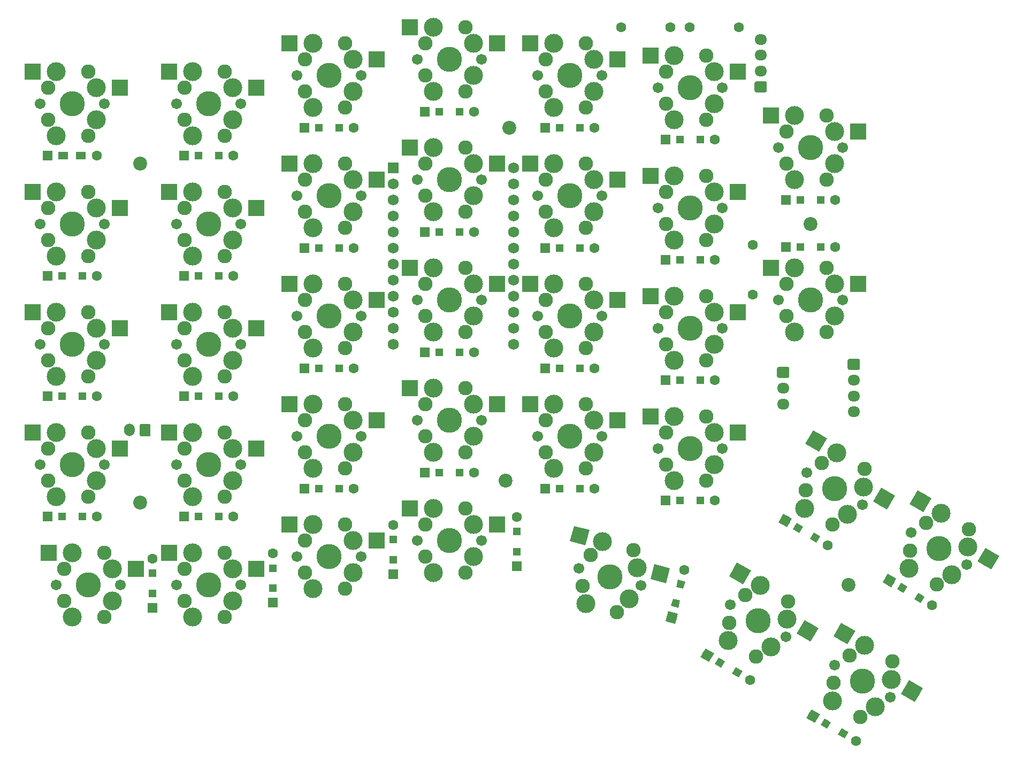
<source format=gbr>
G04 #@! TF.GenerationSoftware,KiCad,Pcbnew,(5.0.0)*
G04 #@! TF.CreationDate,2020-07-01T14:19:43-04:00*
G04 #@! TF.ProjectId,redox_rev1,7265646F785F726576312E6B69636164,1.0*
G04 #@! TF.SameCoordinates,Original*
G04 #@! TF.FileFunction,Soldermask,Top*
G04 #@! TF.FilePolarity,Negative*
%FSLAX46Y46*%
G04 Gerber Fmt 4.6, Leading zero omitted, Abs format (unit mm)*
G04 Created by KiCad (PCBNEW (5.0.0)) date 07/01/20 14:19:43*
%MOMM*%
%LPD*%
G01*
G04 APERTURE LIST*
%ADD10C,2.200000*%
%ADD11O,1.950000X1.700000*%
%ADD12C,0.100000*%
%ADD13C,1.700000*%
%ADD14C,1.600000*%
%ADD15C,2.500000*%
%ADD16C,1.701800*%
%ADD17C,2.286000*%
%ADD18C,3.987800*%
%ADD19C,3.000000*%
%ADD20R,2.550000X2.500000*%
%ADD21R,1.752600X1.752600*%
%ADD22C,1.752600*%
%ADD23R,1.600000X1.600000*%
%ADD24R,1.600000X1.200000*%
%ADD25O,1.700000X2.000000*%
%ADD26R,1.200000X1.200000*%
%ADD27C,1.200000*%
G04 APERTURE END LIST*
D10*
G04 #@! TO.C,H4*
X102234890Y-129809620D03*
G04 #@! TD*
G04 #@! TO.C,H1*
X214318280Y-142877560D03*
G04 #@! TD*
D11*
G04 #@! TO.C,STATUS_LEDS1*
X215138000Y-115450000D03*
X215138000Y-112950000D03*
X215138000Y-110450000D03*
D12*
G36*
X215887504Y-107101204D02*
X215911773Y-107104804D01*
X215935571Y-107110765D01*
X215958671Y-107119030D01*
X215980849Y-107129520D01*
X216001893Y-107142133D01*
X216021598Y-107156747D01*
X216039777Y-107173223D01*
X216056253Y-107191402D01*
X216070867Y-107211107D01*
X216083480Y-107232151D01*
X216093970Y-107254329D01*
X216102235Y-107277429D01*
X216108196Y-107301227D01*
X216111796Y-107325496D01*
X216113000Y-107350000D01*
X216113000Y-108550000D01*
X216111796Y-108574504D01*
X216108196Y-108598773D01*
X216102235Y-108622571D01*
X216093970Y-108645671D01*
X216083480Y-108667849D01*
X216070867Y-108688893D01*
X216056253Y-108708598D01*
X216039777Y-108726777D01*
X216021598Y-108743253D01*
X216001893Y-108757867D01*
X215980849Y-108770480D01*
X215958671Y-108780970D01*
X215935571Y-108789235D01*
X215911773Y-108795196D01*
X215887504Y-108798796D01*
X215863000Y-108800000D01*
X214413000Y-108800000D01*
X214388496Y-108798796D01*
X214364227Y-108795196D01*
X214340429Y-108789235D01*
X214317329Y-108780970D01*
X214295151Y-108770480D01*
X214274107Y-108757867D01*
X214254402Y-108743253D01*
X214236223Y-108726777D01*
X214219747Y-108708598D01*
X214205133Y-108688893D01*
X214192520Y-108667849D01*
X214182030Y-108645671D01*
X214173765Y-108622571D01*
X214167804Y-108598773D01*
X214164204Y-108574504D01*
X214163000Y-108550000D01*
X214163000Y-107350000D01*
X214164204Y-107325496D01*
X214167804Y-107301227D01*
X214173765Y-107277429D01*
X214182030Y-107254329D01*
X214192520Y-107232151D01*
X214205133Y-107211107D01*
X214219747Y-107191402D01*
X214236223Y-107173223D01*
X214254402Y-107156747D01*
X214274107Y-107142133D01*
X214295151Y-107129520D01*
X214317329Y-107119030D01*
X214340429Y-107110765D01*
X214364227Y-107104804D01*
X214388496Y-107101204D01*
X214413000Y-107100000D01*
X215863000Y-107100000D01*
X215887504Y-107101204D01*
X215887504Y-107101204D01*
G37*
D13*
X215138000Y-107950000D03*
G04 #@! TD*
D14*
G04 #@! TO.C,R3*
X199136000Y-89064000D03*
X199136000Y-96864000D03*
G04 #@! TD*
D15*
G04 #@! TO.C,K46*
X224352152Y-159695295D03*
D12*
G36*
X222622970Y-160140327D02*
X223872970Y-157975263D01*
X226081334Y-159250263D01*
X224831334Y-161415327D01*
X222622970Y-160140327D01*
X222622970Y-160140327D01*
G37*
D16*
X212135591Y-155575000D03*
X220934409Y-160655000D03*
D17*
X214505443Y-154010295D03*
D18*
X216535000Y-158115000D03*
D17*
X221274705Y-154985591D03*
D19*
X218564557Y-162219705D03*
X211795295Y-161244409D03*
D15*
X213627700Y-150570591D03*
D12*
G36*
X211898518Y-151015623D02*
X213148518Y-148850559D01*
X215356882Y-150125559D01*
X214106882Y-152290623D01*
X211898518Y-151015623D01*
X211898518Y-151015623D01*
G37*
D17*
X211965443Y-158409705D03*
X216194705Y-163784409D03*
D19*
X221104557Y-157820295D03*
X216875295Y-152445591D03*
G04 #@! TD*
D15*
G04 #@! TO.C,K45*
X207842152Y-150170295D03*
D12*
G36*
X206112970Y-150615327D02*
X207362970Y-148450263D01*
X209571334Y-149725263D01*
X208321334Y-151890327D01*
X206112970Y-150615327D01*
X206112970Y-150615327D01*
G37*
D16*
X195625591Y-146050000D03*
X204424409Y-151130000D03*
D17*
X197995443Y-144485295D03*
D18*
X200025000Y-148590000D03*
D17*
X204764705Y-145460591D03*
D19*
X202054557Y-152694705D03*
X195285295Y-151719409D03*
D15*
X197117700Y-141045591D03*
D12*
G36*
X195388518Y-141490623D02*
X196638518Y-139325559D01*
X198846882Y-140600559D01*
X197596882Y-142765623D01*
X195388518Y-141490623D01*
X195388518Y-141490623D01*
G37*
D17*
X195455443Y-148884705D03*
X199684705Y-154259409D03*
D19*
X204594557Y-148295295D03*
X200365295Y-142920591D03*
G04 #@! TD*
D15*
G04 #@! TO.C,K44*
X184489800Y-141108220D03*
D12*
G36*
X182934721Y-141985633D02*
X183581768Y-139570818D01*
X186044879Y-140230807D01*
X185397832Y-142645622D01*
X182934721Y-141985633D01*
X182934721Y-141985633D01*
G37*
D16*
X171623097Y-140290199D03*
X181436903Y-142919801D03*
D17*
X173507223Y-138165448D03*
D18*
X176530000Y-141605000D03*
D17*
X180298252Y-137355497D03*
D19*
X179552777Y-145044552D03*
X172761748Y-145854503D03*
D15*
X171769127Y-135070125D03*
D12*
G36*
X170214048Y-135947538D02*
X170861095Y-133532723D01*
X173324206Y-134192712D01*
X172677159Y-136607527D01*
X170214048Y-135947538D01*
X170214048Y-135947538D01*
G37*
D17*
X172192422Y-143072351D03*
X177668651Y-147169304D03*
D19*
X180867578Y-140137649D03*
X175391349Y-136040696D03*
G04 #@! TD*
D20*
G04 #@! TO.C,K43*
X158690000Y-133350000D03*
D16*
X146050000Y-135890000D03*
X156210000Y-135890000D03*
D17*
X147320000Y-133350000D03*
D18*
X151130000Y-135890000D03*
D17*
X153670000Y-130810000D03*
D19*
X154940000Y-138430000D03*
X148590000Y-140970000D03*
D20*
X144840000Y-130810000D03*
D17*
X147320000Y-138430000D03*
X153670000Y-140970000D03*
D19*
X154940000Y-133350000D03*
X148590000Y-130810000D03*
G04 #@! TD*
D20*
G04 #@! TO.C,K42*
X139640000Y-135890000D03*
D16*
X127000000Y-138430000D03*
X137160000Y-138430000D03*
D17*
X128270000Y-135890000D03*
D18*
X132080000Y-138430000D03*
D17*
X134620000Y-133350000D03*
D19*
X135890000Y-140970000D03*
X129540000Y-143510000D03*
D20*
X125790000Y-133350000D03*
D17*
X128270000Y-140970000D03*
X134620000Y-143510000D03*
D19*
X135890000Y-135890000D03*
X129540000Y-133350000D03*
G04 #@! TD*
D20*
G04 #@! TO.C,K41*
X120590000Y-140335000D03*
D16*
X107950000Y-142875000D03*
X118110000Y-142875000D03*
D17*
X109220000Y-140335000D03*
D18*
X113030000Y-142875000D03*
D17*
X115570000Y-137795000D03*
D19*
X116840000Y-145415000D03*
X110490000Y-147955000D03*
D20*
X106740000Y-137795000D03*
D17*
X109220000Y-145415000D03*
X115570000Y-147955000D03*
D19*
X116840000Y-140335000D03*
X110490000Y-137795000D03*
G04 #@! TD*
D20*
G04 #@! TO.C,K40*
X101540000Y-140335000D03*
D16*
X88900000Y-142875000D03*
X99060000Y-142875000D03*
D17*
X90170000Y-140335000D03*
D18*
X93980000Y-142875000D03*
D17*
X96520000Y-137795000D03*
D19*
X97790000Y-145415000D03*
X91440000Y-147955000D03*
D20*
X87690000Y-137795000D03*
D17*
X90170000Y-145415000D03*
X96520000Y-147955000D03*
D19*
X97790000Y-140335000D03*
X91440000Y-137795000D03*
G04 #@! TD*
D15*
G04 #@! TO.C,K36*
X236417152Y-138740295D03*
D12*
G36*
X234687970Y-139185327D02*
X235937970Y-137020263D01*
X238146334Y-138295263D01*
X236896334Y-140460327D01*
X234687970Y-139185327D01*
X234687970Y-139185327D01*
G37*
D16*
X224200591Y-134620000D03*
X232999409Y-139700000D03*
D17*
X226570443Y-133055295D03*
D18*
X228600000Y-137160000D03*
D17*
X233339705Y-134030591D03*
D19*
X230629557Y-141264705D03*
X223860295Y-140289409D03*
D15*
X225692700Y-129615591D03*
D12*
G36*
X223963518Y-130060623D02*
X225213518Y-127895559D01*
X227421882Y-129170559D01*
X226171882Y-131335623D01*
X223963518Y-130060623D01*
X223963518Y-130060623D01*
G37*
D17*
X224030443Y-137454705D03*
X228259705Y-142829409D03*
D19*
X233169557Y-136865295D03*
X228940295Y-131490591D03*
G04 #@! TD*
D20*
G04 #@! TO.C,K35*
X196790000Y-118745000D03*
D16*
X184150000Y-121285000D03*
X194310000Y-121285000D03*
D17*
X185420000Y-118745000D03*
D18*
X189230000Y-121285000D03*
D17*
X191770000Y-116205000D03*
D19*
X193040000Y-123825000D03*
X186690000Y-126365000D03*
D20*
X182940000Y-116205000D03*
D17*
X185420000Y-123825000D03*
X191770000Y-126365000D03*
D19*
X193040000Y-118745000D03*
X186690000Y-116205000D03*
G04 #@! TD*
D20*
G04 #@! TO.C,K34*
X177740000Y-116840000D03*
D16*
X165100000Y-119380000D03*
X175260000Y-119380000D03*
D17*
X166370000Y-116840000D03*
D18*
X170180000Y-119380000D03*
D17*
X172720000Y-114300000D03*
D19*
X173990000Y-121920000D03*
X167640000Y-124460000D03*
D20*
X163890000Y-114300000D03*
D17*
X166370000Y-121920000D03*
X172720000Y-124460000D03*
D19*
X173990000Y-116840000D03*
X167640000Y-114300000D03*
G04 #@! TD*
D20*
G04 #@! TO.C,K33*
X158690000Y-114300000D03*
D16*
X146050000Y-116840000D03*
X156210000Y-116840000D03*
D17*
X147320000Y-114300000D03*
D18*
X151130000Y-116840000D03*
D17*
X153670000Y-111760000D03*
D19*
X154940000Y-119380000D03*
X148590000Y-121920000D03*
D20*
X144840000Y-111760000D03*
D17*
X147320000Y-119380000D03*
X153670000Y-121920000D03*
D19*
X154940000Y-114300000D03*
X148590000Y-111760000D03*
G04 #@! TD*
D20*
G04 #@! TO.C,K32*
X139640000Y-116840000D03*
D16*
X127000000Y-119380000D03*
X137160000Y-119380000D03*
D17*
X128270000Y-116840000D03*
D18*
X132080000Y-119380000D03*
D17*
X134620000Y-114300000D03*
D19*
X135890000Y-121920000D03*
X129540000Y-124460000D03*
D20*
X125790000Y-114300000D03*
D17*
X128270000Y-121920000D03*
X134620000Y-124460000D03*
D19*
X135890000Y-116840000D03*
X129540000Y-114300000D03*
G04 #@! TD*
D20*
G04 #@! TO.C,K31*
X120590000Y-121285000D03*
D16*
X107950000Y-123825000D03*
X118110000Y-123825000D03*
D17*
X109220000Y-121285000D03*
D18*
X113030000Y-123825000D03*
D17*
X115570000Y-118745000D03*
D19*
X116840000Y-126365000D03*
X110490000Y-128905000D03*
D20*
X106740000Y-118745000D03*
D17*
X109220000Y-126365000D03*
X115570000Y-128905000D03*
D19*
X116840000Y-121285000D03*
X110490000Y-118745000D03*
G04 #@! TD*
D20*
G04 #@! TO.C,K30*
X99000000Y-121285000D03*
D16*
X86360000Y-123825000D03*
X96520000Y-123825000D03*
D17*
X87630000Y-121285000D03*
D18*
X91440000Y-123825000D03*
D17*
X93980000Y-118745000D03*
D19*
X95250000Y-126365000D03*
X88900000Y-128905000D03*
D20*
X85150000Y-118745000D03*
D17*
X87630000Y-126365000D03*
X93980000Y-128905000D03*
D19*
X95250000Y-121285000D03*
X88900000Y-118745000D03*
G04 #@! TD*
D15*
G04 #@! TO.C,K26*
X219907152Y-129215295D03*
D12*
G36*
X218177970Y-129660327D02*
X219427970Y-127495263D01*
X221636334Y-128770263D01*
X220386334Y-130935327D01*
X218177970Y-129660327D01*
X218177970Y-129660327D01*
G37*
D16*
X207690591Y-125095000D03*
X216489409Y-130175000D03*
D17*
X210060443Y-123530295D03*
D18*
X212090000Y-127635000D03*
D17*
X216829705Y-124505591D03*
D19*
X214119557Y-131739705D03*
X207350295Y-130764409D03*
D15*
X209182700Y-120090591D03*
D12*
G36*
X207453518Y-120535623D02*
X208703518Y-118370559D01*
X210911882Y-119645559D01*
X209661882Y-121810623D01*
X207453518Y-120535623D01*
X207453518Y-120535623D01*
G37*
D17*
X207520443Y-127929705D03*
X211749705Y-133304409D03*
D19*
X216659557Y-127340295D03*
X212430295Y-121965591D03*
G04 #@! TD*
D20*
G04 #@! TO.C,K25*
X196790000Y-99695000D03*
D16*
X184150000Y-102235000D03*
X194310000Y-102235000D03*
D17*
X185420000Y-99695000D03*
D18*
X189230000Y-102235000D03*
D17*
X191770000Y-97155000D03*
D19*
X193040000Y-104775000D03*
X186690000Y-107315000D03*
D20*
X182940000Y-97155000D03*
D17*
X185420000Y-104775000D03*
X191770000Y-107315000D03*
D19*
X193040000Y-99695000D03*
X186690000Y-97155000D03*
G04 #@! TD*
D20*
G04 #@! TO.C,K24*
X177740000Y-97790000D03*
D16*
X165100000Y-100330000D03*
X175260000Y-100330000D03*
D17*
X166370000Y-97790000D03*
D18*
X170180000Y-100330000D03*
D17*
X172720000Y-95250000D03*
D19*
X173990000Y-102870000D03*
X167640000Y-105410000D03*
D20*
X163890000Y-95250000D03*
D17*
X166370000Y-102870000D03*
X172720000Y-105410000D03*
D19*
X173990000Y-97790000D03*
X167640000Y-95250000D03*
G04 #@! TD*
D20*
G04 #@! TO.C,K23*
X158690000Y-95250000D03*
D16*
X146050000Y-97790000D03*
X156210000Y-97790000D03*
D17*
X147320000Y-95250000D03*
D18*
X151130000Y-97790000D03*
D17*
X153670000Y-92710000D03*
D19*
X154940000Y-100330000D03*
X148590000Y-102870000D03*
D20*
X144840000Y-92710000D03*
D17*
X147320000Y-100330000D03*
X153670000Y-102870000D03*
D19*
X154940000Y-95250000D03*
X148590000Y-92710000D03*
G04 #@! TD*
D20*
G04 #@! TO.C,K22*
X139640000Y-97790000D03*
D16*
X127000000Y-100330000D03*
X137160000Y-100330000D03*
D17*
X128270000Y-97790000D03*
D18*
X132080000Y-100330000D03*
D17*
X134620000Y-95250000D03*
D19*
X135890000Y-102870000D03*
X129540000Y-105410000D03*
D20*
X125790000Y-95250000D03*
D17*
X128270000Y-102870000D03*
X134620000Y-105410000D03*
D19*
X135890000Y-97790000D03*
X129540000Y-95250000D03*
G04 #@! TD*
D20*
G04 #@! TO.C,K21*
X120590000Y-102235000D03*
D16*
X107950000Y-104775000D03*
X118110000Y-104775000D03*
D17*
X109220000Y-102235000D03*
D18*
X113030000Y-104775000D03*
D17*
X115570000Y-99695000D03*
D19*
X116840000Y-107315000D03*
X110490000Y-109855000D03*
D20*
X106740000Y-99695000D03*
D17*
X109220000Y-107315000D03*
X115570000Y-109855000D03*
D19*
X116840000Y-102235000D03*
X110490000Y-99695000D03*
G04 #@! TD*
D20*
G04 #@! TO.C,K20*
X99000000Y-102235000D03*
D16*
X86360000Y-104775000D03*
X96520000Y-104775000D03*
D17*
X87630000Y-102235000D03*
D18*
X91440000Y-104775000D03*
D17*
X93980000Y-99695000D03*
D19*
X95250000Y-107315000D03*
X88900000Y-109855000D03*
D20*
X85150000Y-99695000D03*
D17*
X87630000Y-107315000D03*
X93980000Y-109855000D03*
D19*
X95250000Y-102235000D03*
X88900000Y-99695000D03*
G04 #@! TD*
D20*
G04 #@! TO.C,K16*
X215840000Y-95250000D03*
D16*
X203200000Y-97790000D03*
X213360000Y-97790000D03*
D17*
X204470000Y-95250000D03*
D18*
X208280000Y-97790000D03*
D17*
X210820000Y-92710000D03*
D19*
X212090000Y-100330000D03*
X205740000Y-102870000D03*
D20*
X201990000Y-92710000D03*
D17*
X204470000Y-100330000D03*
X210820000Y-102870000D03*
D19*
X212090000Y-95250000D03*
X205740000Y-92710000D03*
G04 #@! TD*
D20*
G04 #@! TO.C,K15*
X196790000Y-80645000D03*
D16*
X184150000Y-83185000D03*
X194310000Y-83185000D03*
D17*
X185420000Y-80645000D03*
D18*
X189230000Y-83185000D03*
D17*
X191770000Y-78105000D03*
D19*
X193040000Y-85725000D03*
X186690000Y-88265000D03*
D20*
X182940000Y-78105000D03*
D17*
X185420000Y-85725000D03*
X191770000Y-88265000D03*
D19*
X193040000Y-80645000D03*
X186690000Y-78105000D03*
G04 #@! TD*
D20*
G04 #@! TO.C,K14*
X177740000Y-78740000D03*
D16*
X165100000Y-81280000D03*
X175260000Y-81280000D03*
D17*
X166370000Y-78740000D03*
D18*
X170180000Y-81280000D03*
D17*
X172720000Y-76200000D03*
D19*
X173990000Y-83820000D03*
X167640000Y-86360000D03*
D20*
X163890000Y-76200000D03*
D17*
X166370000Y-83820000D03*
X172720000Y-86360000D03*
D19*
X173990000Y-78740000D03*
X167640000Y-76200000D03*
G04 #@! TD*
D20*
G04 #@! TO.C,K13*
X158690000Y-76200000D03*
D16*
X146050000Y-78740000D03*
X156210000Y-78740000D03*
D17*
X147320000Y-76200000D03*
D18*
X151130000Y-78740000D03*
D17*
X153670000Y-73660000D03*
D19*
X154940000Y-81280000D03*
X148590000Y-83820000D03*
D20*
X144840000Y-73660000D03*
D17*
X147320000Y-81280000D03*
X153670000Y-83820000D03*
D19*
X154940000Y-76200000D03*
X148590000Y-73660000D03*
G04 #@! TD*
D20*
G04 #@! TO.C,K12*
X139640000Y-78740000D03*
D16*
X127000000Y-81280000D03*
X137160000Y-81280000D03*
D17*
X128270000Y-78740000D03*
D18*
X132080000Y-81280000D03*
D17*
X134620000Y-76200000D03*
D19*
X135890000Y-83820000D03*
X129540000Y-86360000D03*
D20*
X125790000Y-76200000D03*
D17*
X128270000Y-83820000D03*
X134620000Y-86360000D03*
D19*
X135890000Y-78740000D03*
X129540000Y-76200000D03*
G04 #@! TD*
D20*
G04 #@! TO.C,K11*
X120590000Y-83185000D03*
D16*
X107950000Y-85725000D03*
X118110000Y-85725000D03*
D17*
X109220000Y-83185000D03*
D18*
X113030000Y-85725000D03*
D17*
X115570000Y-80645000D03*
D19*
X116840000Y-88265000D03*
X110490000Y-90805000D03*
D20*
X106740000Y-80645000D03*
D17*
X109220000Y-88265000D03*
X115570000Y-90805000D03*
D19*
X116840000Y-83185000D03*
X110490000Y-80645000D03*
G04 #@! TD*
D20*
G04 #@! TO.C,K10*
X99000000Y-83185000D03*
D16*
X86360000Y-85725000D03*
X96520000Y-85725000D03*
D17*
X87630000Y-83185000D03*
D18*
X91440000Y-85725000D03*
D17*
X93980000Y-80645000D03*
D19*
X95250000Y-88265000D03*
X88900000Y-90805000D03*
D20*
X85150000Y-80645000D03*
D17*
X87630000Y-88265000D03*
X93980000Y-90805000D03*
D19*
X95250000Y-83185000D03*
X88900000Y-80645000D03*
G04 #@! TD*
D20*
G04 #@! TO.C,K6*
X215840000Y-71120000D03*
D16*
X203200000Y-73660000D03*
X213360000Y-73660000D03*
D17*
X204470000Y-71120000D03*
D18*
X208280000Y-73660000D03*
D17*
X210820000Y-68580000D03*
D19*
X212090000Y-76200000D03*
X205740000Y-78740000D03*
D20*
X201990000Y-68580000D03*
D17*
X204470000Y-76200000D03*
X210820000Y-78740000D03*
D19*
X212090000Y-71120000D03*
X205740000Y-68580000D03*
G04 #@! TD*
D20*
G04 #@! TO.C,K5*
X196790000Y-61595000D03*
D16*
X184150000Y-64135000D03*
X194310000Y-64135000D03*
D17*
X185420000Y-61595000D03*
D18*
X189230000Y-64135000D03*
D17*
X191770000Y-59055000D03*
D19*
X193040000Y-66675000D03*
X186690000Y-69215000D03*
D20*
X182940000Y-59055000D03*
D17*
X185420000Y-66675000D03*
X191770000Y-69215000D03*
D19*
X193040000Y-61595000D03*
X186690000Y-59055000D03*
G04 #@! TD*
D20*
G04 #@! TO.C,K4*
X177740000Y-59690000D03*
D16*
X165100000Y-62230000D03*
X175260000Y-62230000D03*
D17*
X166370000Y-59690000D03*
D18*
X170180000Y-62230000D03*
D17*
X172720000Y-57150000D03*
D19*
X173990000Y-64770000D03*
X167640000Y-67310000D03*
D20*
X163890000Y-57150000D03*
D17*
X166370000Y-64770000D03*
X172720000Y-67310000D03*
D19*
X173990000Y-59690000D03*
X167640000Y-57150000D03*
G04 #@! TD*
D20*
G04 #@! TO.C,K3*
X158690000Y-57150000D03*
D16*
X146050000Y-59690000D03*
X156210000Y-59690000D03*
D17*
X147320000Y-57150000D03*
D18*
X151130000Y-59690000D03*
D17*
X153670000Y-54610000D03*
D19*
X154940000Y-62230000D03*
X148590000Y-64770000D03*
D20*
X144840000Y-54610000D03*
D17*
X147320000Y-62230000D03*
X153670000Y-64770000D03*
D19*
X154940000Y-57150000D03*
X148590000Y-54610000D03*
G04 #@! TD*
D20*
G04 #@! TO.C,K2*
X139640000Y-59690000D03*
D16*
X127000000Y-62230000D03*
X137160000Y-62230000D03*
D17*
X128270000Y-59690000D03*
D18*
X132080000Y-62230000D03*
D17*
X134620000Y-57150000D03*
D19*
X135890000Y-64770000D03*
X129540000Y-67310000D03*
D20*
X125790000Y-57150000D03*
D17*
X128270000Y-64770000D03*
X134620000Y-67310000D03*
D19*
X135890000Y-59690000D03*
X129540000Y-57150000D03*
G04 #@! TD*
D20*
G04 #@! TO.C,K1*
X120590000Y-64135000D03*
D16*
X107950000Y-66675000D03*
X118110000Y-66675000D03*
D17*
X109220000Y-64135000D03*
D18*
X113030000Y-66675000D03*
D17*
X115570000Y-61595000D03*
D19*
X116840000Y-69215000D03*
X110490000Y-71755000D03*
D20*
X106740000Y-61595000D03*
D17*
X109220000Y-69215000D03*
X115570000Y-71755000D03*
D19*
X116840000Y-64135000D03*
X110490000Y-61595000D03*
G04 #@! TD*
D20*
G04 #@! TO.C,K0*
X99000000Y-64135000D03*
D16*
X86360000Y-66675000D03*
X96520000Y-66675000D03*
D17*
X87630000Y-64135000D03*
D18*
X91440000Y-66675000D03*
D17*
X93980000Y-61595000D03*
D19*
X95250000Y-69215000D03*
X88900000Y-71755000D03*
D20*
X85150000Y-61595000D03*
D17*
X87630000Y-69215000D03*
X93980000Y-71755000D03*
D19*
X95250000Y-64135000D03*
X88900000Y-61595000D03*
G04 #@! TD*
D21*
G04 #@! TO.C,U1*
X142240000Y-76835000D03*
D22*
X142240000Y-79375000D03*
X142240000Y-81915000D03*
X142240000Y-84455000D03*
X142240000Y-86995000D03*
X142240000Y-89535000D03*
X142240000Y-92075000D03*
X142240000Y-94615000D03*
X142240000Y-97155000D03*
X142240000Y-99695000D03*
X142240000Y-102235000D03*
X161290000Y-104775000D03*
X161290000Y-102235000D03*
X161290000Y-99695000D03*
X161290000Y-97155000D03*
X161290000Y-94615000D03*
X161290000Y-92075000D03*
X161290000Y-89535000D03*
X161290000Y-86995000D03*
X161290000Y-84455000D03*
X161290000Y-81915000D03*
X161290000Y-79375000D03*
X142240000Y-104775000D03*
X161290000Y-76835000D03*
G04 #@! TD*
D23*
G04 #@! TO.C,D0*
X87540000Y-74930000D03*
D14*
X95340000Y-74930000D03*
D24*
X92840000Y-74930000D03*
X90040000Y-74930000D03*
G04 #@! TD*
D10*
G04 #@! TO.C,H9*
X102234890Y-76200000D03*
G04 #@! TD*
G04 #@! TO.C,H12*
X208279620Y-85724870D03*
G04 #@! TD*
G04 #@! TO.C,H11*
X160019330Y-126364750D03*
G04 #@! TD*
G04 #@! TO.C,H10*
X160654330Y-70484680D03*
G04 #@! TD*
D11*
G04 #@! TO.C,RGB_STRIP1*
X203962000Y-114220000D03*
X203962000Y-111720000D03*
D12*
G36*
X204711504Y-108371204D02*
X204735773Y-108374804D01*
X204759571Y-108380765D01*
X204782671Y-108389030D01*
X204804849Y-108399520D01*
X204825893Y-108412133D01*
X204845598Y-108426747D01*
X204863777Y-108443223D01*
X204880253Y-108461402D01*
X204894867Y-108481107D01*
X204907480Y-108502151D01*
X204917970Y-108524329D01*
X204926235Y-108547429D01*
X204932196Y-108571227D01*
X204935796Y-108595496D01*
X204937000Y-108620000D01*
X204937000Y-109820000D01*
X204935796Y-109844504D01*
X204932196Y-109868773D01*
X204926235Y-109892571D01*
X204917970Y-109915671D01*
X204907480Y-109937849D01*
X204894867Y-109958893D01*
X204880253Y-109978598D01*
X204863777Y-109996777D01*
X204845598Y-110013253D01*
X204825893Y-110027867D01*
X204804849Y-110040480D01*
X204782671Y-110050970D01*
X204759571Y-110059235D01*
X204735773Y-110065196D01*
X204711504Y-110068796D01*
X204687000Y-110070000D01*
X203237000Y-110070000D01*
X203212496Y-110068796D01*
X203188227Y-110065196D01*
X203164429Y-110059235D01*
X203141329Y-110050970D01*
X203119151Y-110040480D01*
X203098107Y-110027867D01*
X203078402Y-110013253D01*
X203060223Y-109996777D01*
X203043747Y-109978598D01*
X203029133Y-109958893D01*
X203016520Y-109937849D01*
X203006030Y-109915671D01*
X202997765Y-109892571D01*
X202991804Y-109868773D01*
X202988204Y-109844504D01*
X202987000Y-109820000D01*
X202987000Y-108620000D01*
X202988204Y-108595496D01*
X202991804Y-108571227D01*
X202997765Y-108547429D01*
X203006030Y-108524329D01*
X203016520Y-108502151D01*
X203029133Y-108481107D01*
X203043747Y-108461402D01*
X203060223Y-108443223D01*
X203078402Y-108426747D01*
X203098107Y-108412133D01*
X203119151Y-108399520D01*
X203141329Y-108389030D01*
X203164429Y-108380765D01*
X203188227Y-108374804D01*
X203212496Y-108371204D01*
X203237000Y-108370000D01*
X204687000Y-108370000D01*
X204711504Y-108371204D01*
X204711504Y-108371204D01*
G37*
D13*
X203962000Y-109220000D03*
G04 #@! TD*
D25*
G04 #@! TO.C,RESET1*
X100497000Y-118364000D03*
D12*
G36*
X103621504Y-117365204D02*
X103645773Y-117368804D01*
X103669571Y-117374765D01*
X103692671Y-117383030D01*
X103714849Y-117393520D01*
X103735893Y-117406133D01*
X103755598Y-117420747D01*
X103773777Y-117437223D01*
X103790253Y-117455402D01*
X103804867Y-117475107D01*
X103817480Y-117496151D01*
X103827970Y-117518329D01*
X103836235Y-117541429D01*
X103842196Y-117565227D01*
X103845796Y-117589496D01*
X103847000Y-117614000D01*
X103847000Y-119114000D01*
X103845796Y-119138504D01*
X103842196Y-119162773D01*
X103836235Y-119186571D01*
X103827970Y-119209671D01*
X103817480Y-119231849D01*
X103804867Y-119252893D01*
X103790253Y-119272598D01*
X103773777Y-119290777D01*
X103755598Y-119307253D01*
X103735893Y-119321867D01*
X103714849Y-119334480D01*
X103692671Y-119344970D01*
X103669571Y-119353235D01*
X103645773Y-119359196D01*
X103621504Y-119362796D01*
X103597000Y-119364000D01*
X102397000Y-119364000D01*
X102372496Y-119362796D01*
X102348227Y-119359196D01*
X102324429Y-119353235D01*
X102301329Y-119344970D01*
X102279151Y-119334480D01*
X102258107Y-119321867D01*
X102238402Y-119307253D01*
X102220223Y-119290777D01*
X102203747Y-119272598D01*
X102189133Y-119252893D01*
X102176520Y-119231849D01*
X102166030Y-119209671D01*
X102157765Y-119186571D01*
X102151804Y-119162773D01*
X102148204Y-119138504D01*
X102147000Y-119114000D01*
X102147000Y-117614000D01*
X102148204Y-117589496D01*
X102151804Y-117565227D01*
X102157765Y-117541429D01*
X102166030Y-117518329D01*
X102176520Y-117496151D01*
X102189133Y-117475107D01*
X102203747Y-117455402D01*
X102220223Y-117437223D01*
X102238402Y-117420747D01*
X102258107Y-117406133D01*
X102279151Y-117393520D01*
X102301329Y-117383030D01*
X102324429Y-117374765D01*
X102348227Y-117368804D01*
X102372496Y-117365204D01*
X102397000Y-117364000D01*
X103597000Y-117364000D01*
X103621504Y-117365204D01*
X103621504Y-117365204D01*
G37*
D13*
X102997000Y-118364000D03*
G04 #@! TD*
D11*
G04 #@! TO.C,BOARD_COMM1*
X200406000Y-56508000D03*
X200406000Y-59008000D03*
X200406000Y-61508000D03*
D12*
G36*
X201155504Y-63159204D02*
X201179773Y-63162804D01*
X201203571Y-63168765D01*
X201226671Y-63177030D01*
X201248849Y-63187520D01*
X201269893Y-63200133D01*
X201289598Y-63214747D01*
X201307777Y-63231223D01*
X201324253Y-63249402D01*
X201338867Y-63269107D01*
X201351480Y-63290151D01*
X201361970Y-63312329D01*
X201370235Y-63335429D01*
X201376196Y-63359227D01*
X201379796Y-63383496D01*
X201381000Y-63408000D01*
X201381000Y-64608000D01*
X201379796Y-64632504D01*
X201376196Y-64656773D01*
X201370235Y-64680571D01*
X201361970Y-64703671D01*
X201351480Y-64725849D01*
X201338867Y-64746893D01*
X201324253Y-64766598D01*
X201307777Y-64784777D01*
X201289598Y-64801253D01*
X201269893Y-64815867D01*
X201248849Y-64828480D01*
X201226671Y-64838970D01*
X201203571Y-64847235D01*
X201179773Y-64853196D01*
X201155504Y-64856796D01*
X201131000Y-64858000D01*
X199681000Y-64858000D01*
X199656496Y-64856796D01*
X199632227Y-64853196D01*
X199608429Y-64847235D01*
X199585329Y-64838970D01*
X199563151Y-64828480D01*
X199542107Y-64815867D01*
X199522402Y-64801253D01*
X199504223Y-64784777D01*
X199487747Y-64766598D01*
X199473133Y-64746893D01*
X199460520Y-64725849D01*
X199450030Y-64703671D01*
X199441765Y-64680571D01*
X199435804Y-64656773D01*
X199432204Y-64632504D01*
X199431000Y-64608000D01*
X199431000Y-63408000D01*
X199432204Y-63383496D01*
X199435804Y-63359227D01*
X199441765Y-63335429D01*
X199450030Y-63312329D01*
X199460520Y-63290151D01*
X199473133Y-63269107D01*
X199487747Y-63249402D01*
X199504223Y-63231223D01*
X199522402Y-63214747D01*
X199542107Y-63200133D01*
X199563151Y-63187520D01*
X199585329Y-63177030D01*
X199608429Y-63168765D01*
X199632227Y-63162804D01*
X199656496Y-63159204D01*
X199681000Y-63158000D01*
X201131000Y-63158000D01*
X201155504Y-63159204D01*
X201155504Y-63159204D01*
G37*
D13*
X200406000Y-64008000D03*
G04 #@! TD*
D26*
G04 #@! TO.C,D1*
X111455000Y-74930000D03*
X114605000Y-74930000D03*
D14*
X116930000Y-74930000D03*
D23*
X109130000Y-74930000D03*
G04 #@! TD*
D26*
G04 #@! TO.C,D2*
X130505000Y-70485000D03*
X133655000Y-70485000D03*
D14*
X135980000Y-70485000D03*
D23*
X128180000Y-70485000D03*
G04 #@! TD*
D26*
G04 #@! TO.C,D3*
X149555000Y-67945000D03*
X152705000Y-67945000D03*
D14*
X155030000Y-67945000D03*
D23*
X147230000Y-67945000D03*
G04 #@! TD*
D26*
G04 #@! TO.C,D4*
X168605000Y-70485000D03*
X171755000Y-70485000D03*
D14*
X174080000Y-70485000D03*
D23*
X166280000Y-70485000D03*
G04 #@! TD*
D26*
G04 #@! TO.C,D5*
X187655000Y-72390000D03*
X190805000Y-72390000D03*
D14*
X193130000Y-72390000D03*
D23*
X185330000Y-72390000D03*
G04 #@! TD*
D26*
G04 #@! TO.C,D6*
X206705000Y-81915000D03*
X209855000Y-81915000D03*
D14*
X212180000Y-81915000D03*
D23*
X204380000Y-81915000D03*
G04 #@! TD*
D26*
G04 #@! TO.C,D10*
X89865000Y-93980000D03*
X93015000Y-93980000D03*
D14*
X95340000Y-93980000D03*
D23*
X87540000Y-93980000D03*
G04 #@! TD*
D26*
G04 #@! TO.C,D11*
X111455000Y-93980000D03*
X114605000Y-93980000D03*
D14*
X116930000Y-93980000D03*
D23*
X109130000Y-93980000D03*
G04 #@! TD*
D26*
G04 #@! TO.C,D12*
X130505000Y-89535000D03*
X133655000Y-89535000D03*
D14*
X135980000Y-89535000D03*
D23*
X128180000Y-89535000D03*
G04 #@! TD*
D26*
G04 #@! TO.C,D13*
X149555000Y-86995000D03*
X152705000Y-86995000D03*
D14*
X155030000Y-86995000D03*
D23*
X147230000Y-86995000D03*
G04 #@! TD*
D26*
G04 #@! TO.C,D14*
X168605000Y-89535000D03*
X171755000Y-89535000D03*
D14*
X174080000Y-89535000D03*
D23*
X166280000Y-89535000D03*
G04 #@! TD*
D26*
G04 #@! TO.C,D15*
X187655000Y-91440000D03*
X190805000Y-91440000D03*
D14*
X193130000Y-91440000D03*
D23*
X185330000Y-91440000D03*
G04 #@! TD*
D26*
G04 #@! TO.C,D16*
X206705000Y-89408000D03*
X209855000Y-89408000D03*
D14*
X212180000Y-89408000D03*
D23*
X204380000Y-89408000D03*
G04 #@! TD*
D26*
G04 #@! TO.C,D20*
X89865000Y-113030000D03*
X93015000Y-113030000D03*
D14*
X95340000Y-113030000D03*
D23*
X87540000Y-113030000D03*
G04 #@! TD*
D26*
G04 #@! TO.C,D21*
X111455000Y-113030000D03*
X114605000Y-113030000D03*
D14*
X116930000Y-113030000D03*
D23*
X109130000Y-113030000D03*
G04 #@! TD*
D26*
G04 #@! TO.C,D22*
X130505000Y-108585000D03*
X133655000Y-108585000D03*
D14*
X135980000Y-108585000D03*
D23*
X128180000Y-108585000D03*
G04 #@! TD*
D26*
G04 #@! TO.C,D23*
X149555000Y-106045000D03*
X152705000Y-106045000D03*
D14*
X155030000Y-106045000D03*
D23*
X147230000Y-106045000D03*
G04 #@! TD*
D26*
G04 #@! TO.C,D24*
X168605000Y-108585000D03*
X171755000Y-108585000D03*
D14*
X174080000Y-108585000D03*
D23*
X166280000Y-108585000D03*
G04 #@! TD*
D26*
G04 #@! TO.C,D25*
X187655000Y-110490000D03*
X190805000Y-110490000D03*
D14*
X193130000Y-110490000D03*
D23*
X185330000Y-110490000D03*
G04 #@! TD*
D27*
G04 #@! TO.C,D26*
X206281010Y-133832500D03*
D12*
G36*
X207100625Y-133612885D02*
X206500625Y-134652115D01*
X205461395Y-134052115D01*
X206061395Y-133012885D01*
X207100625Y-133612885D01*
X207100625Y-133612885D01*
G37*
D27*
X209008990Y-135407500D03*
D12*
G36*
X209828605Y-135187885D02*
X209228605Y-136227115D01*
X208189375Y-135627115D01*
X208789375Y-134587885D01*
X209828605Y-135187885D01*
X209828605Y-135187885D01*
G37*
D14*
X211022499Y-136570000D03*
X204267501Y-132670000D03*
D12*
G36*
X205360321Y-132377180D02*
X204560321Y-133762820D01*
X203174681Y-132962820D01*
X203974681Y-131577180D01*
X205360321Y-132377180D01*
X205360321Y-132377180D01*
G37*
G04 #@! TD*
D26*
G04 #@! TO.C,D30*
X89865000Y-132080000D03*
X93015000Y-132080000D03*
D14*
X95340000Y-132080000D03*
D23*
X87540000Y-132080000D03*
G04 #@! TD*
D26*
G04 #@! TO.C,D31*
X111455000Y-132080000D03*
X114605000Y-132080000D03*
D14*
X116930000Y-132080000D03*
D23*
X109130000Y-132080000D03*
G04 #@! TD*
D26*
G04 #@! TO.C,D32*
X130505000Y-127635000D03*
X133655000Y-127635000D03*
D14*
X135980000Y-127635000D03*
D23*
X128180000Y-127635000D03*
G04 #@! TD*
D26*
G04 #@! TO.C,D33*
X149555000Y-125095000D03*
X152705000Y-125095000D03*
D14*
X155030000Y-125095000D03*
D23*
X147230000Y-125095000D03*
G04 #@! TD*
D26*
G04 #@! TO.C,D34*
X168605000Y-127635000D03*
X171755000Y-127635000D03*
D14*
X174080000Y-127635000D03*
D23*
X166280000Y-127635000D03*
G04 #@! TD*
D26*
G04 #@! TO.C,D35*
X187655000Y-129540000D03*
X190805000Y-129540000D03*
D14*
X193130000Y-129540000D03*
D23*
X185330000Y-129540000D03*
G04 #@! TD*
D27*
G04 #@! TO.C,D36*
X222791010Y-143357500D03*
D12*
G36*
X223610625Y-143137885D02*
X223010625Y-144177115D01*
X221971395Y-143577115D01*
X222571395Y-142537885D01*
X223610625Y-143137885D01*
X223610625Y-143137885D01*
G37*
D27*
X225518990Y-144932500D03*
D12*
G36*
X226338605Y-144712885D02*
X225738605Y-145752115D01*
X224699375Y-145152115D01*
X225299375Y-144112885D01*
X226338605Y-144712885D01*
X226338605Y-144712885D01*
G37*
D14*
X227532499Y-146095000D03*
X220777501Y-142195000D03*
D12*
G36*
X221870321Y-141902180D02*
X221070321Y-143287820D01*
X219684681Y-142487820D01*
X220484681Y-141102180D01*
X221870321Y-141902180D01*
X221870321Y-141902180D01*
G37*
G04 #@! TD*
D26*
G04 #@! TO.C,D40*
X104140000Y-144196000D03*
X104140000Y-141046000D03*
D14*
X104140000Y-138721000D03*
D23*
X104140000Y-146521000D03*
G04 #@! TD*
D26*
G04 #@! TO.C,D41*
X123190000Y-143383000D03*
X123190000Y-140233000D03*
D14*
X123190000Y-137908000D03*
D23*
X123190000Y-145708000D03*
G04 #@! TD*
D26*
G04 #@! TO.C,D42*
X142240000Y-138862000D03*
X142240000Y-135712000D03*
D14*
X142240000Y-133387000D03*
D23*
X142240000Y-141187000D03*
G04 #@! TD*
D26*
G04 #@! TO.C,D43*
X161798000Y-137592000D03*
X161798000Y-134442000D03*
D14*
X161798000Y-132117000D03*
D23*
X161798000Y-139917000D03*
G04 #@! TD*
D27*
G04 #@! TO.C,D44*
X186917360Y-145793333D03*
D12*
G36*
X186493096Y-145058486D02*
X187652207Y-145369069D01*
X187341624Y-146528180D01*
X186182513Y-146217597D01*
X186493096Y-145058486D01*
X186493096Y-145058486D01*
G37*
D27*
X187732640Y-142750667D03*
D12*
G36*
X187308376Y-142015820D02*
X188467487Y-142326403D01*
X188156904Y-143485514D01*
X186997793Y-143174931D01*
X187308376Y-142015820D01*
X187308376Y-142015820D01*
G37*
D14*
X188334394Y-140504889D03*
X186315606Y-148039111D03*
D12*
G36*
X185749921Y-147059315D02*
X187295402Y-147473426D01*
X186881291Y-149018907D01*
X185335810Y-148604796D01*
X185749921Y-147059315D01*
X185749921Y-147059315D01*
G37*
G04 #@! TD*
D27*
G04 #@! TO.C,D45*
X193962010Y-155168500D03*
D12*
G36*
X194781625Y-154948885D02*
X194181625Y-155988115D01*
X193142395Y-155388115D01*
X193742395Y-154348885D01*
X194781625Y-154948885D01*
X194781625Y-154948885D01*
G37*
D27*
X196689990Y-156743500D03*
D12*
G36*
X197509605Y-156523885D02*
X196909605Y-157563115D01*
X195870375Y-156963115D01*
X196470375Y-155923885D01*
X197509605Y-156523885D01*
X197509605Y-156523885D01*
G37*
D14*
X198703499Y-157906000D03*
X191948501Y-154006000D03*
D12*
G36*
X193041321Y-153713180D02*
X192241321Y-155098820D01*
X190855681Y-154298820D01*
X191655681Y-152913180D01*
X193041321Y-153713180D01*
X193041321Y-153713180D01*
G37*
G04 #@! TD*
D27*
G04 #@! TO.C,D46*
X210726010Y-164820500D03*
D12*
G36*
X211545625Y-164600885D02*
X210945625Y-165640115D01*
X209906395Y-165040115D01*
X210506395Y-164000885D01*
X211545625Y-164600885D01*
X211545625Y-164600885D01*
G37*
D27*
X213453990Y-166395500D03*
D12*
G36*
X214273605Y-166175885D02*
X213673605Y-167215115D01*
X212634375Y-166615115D01*
X213234375Y-165575885D01*
X214273605Y-166175885D01*
X214273605Y-166175885D01*
G37*
D14*
X215467499Y-167558000D03*
X208712501Y-163658000D03*
D12*
G36*
X209805321Y-163365180D02*
X209005321Y-164750820D01*
X207619681Y-163950820D01*
X208419681Y-162565180D01*
X209805321Y-163365180D01*
X209805321Y-163365180D01*
G37*
G04 #@! TD*
D14*
G04 #@! TO.C,R1*
X186145000Y-54610000D03*
X178345000Y-54610000D03*
G04 #@! TD*
G04 #@! TO.C,R2*
X196940000Y-54610000D03*
X189140000Y-54610000D03*
G04 #@! TD*
M02*

</source>
